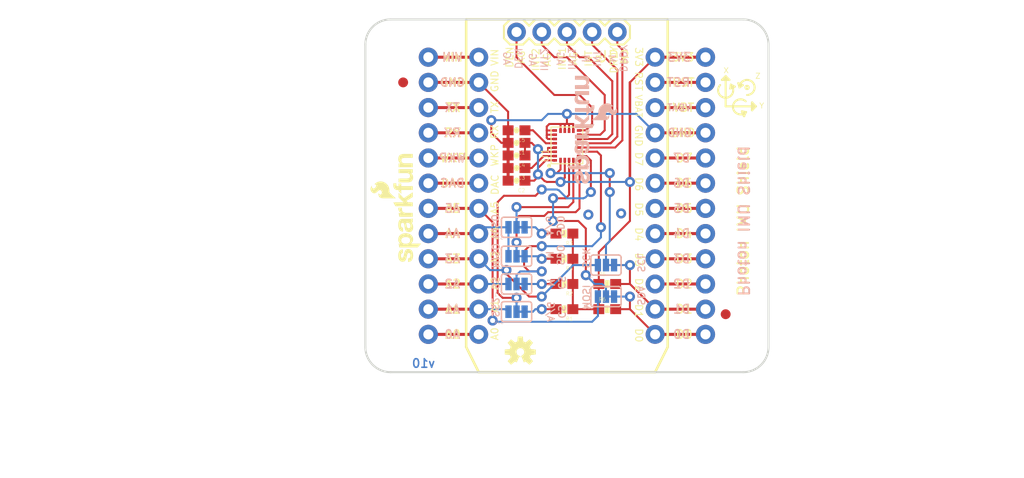
<source format=kicad_pcb>
(kicad_pcb (version 20211014) (generator pcbnew)
  (layers (0 "F.Cu" signal) (31 "B.Cu" signal) (34 "B.Paste" user) (35 "F.Paste" user) (36 "B.SilkS" user "B.Silkscreen") (37 "F.SilkS" user "F.Silkscreen") (38 "B.Mask" user) (39 "F.Mask" user) (44 "Edge.Cuts" user))
  (net 0 "")
  (net 1 "GND")
  (net 2 "VDD")
  (net 3 "N$3")
  (net 4 "N$4")
  (net 5 "SDA")
  (net 6 "SCL")
  (net 7 "SDO_A/G")
  (net 8 "CS_A/G")
  (net 9 "SDO_M")
  (net 10 "CS_M")
  (net 11 "MOSI")
  (net 12 "MISO")
  (net 13 "SCK")
  (net 14 "SS")
  (net 15 "SS2")
  (net 16 "INT1_A/G")
  (net 17 "INT2_A/G")
  (net 18 "DEN_A/G")
  (net 19 "DRDY_M")
  (net 20 "INT_M")
  (net 21 "VBAT")
  (footprint "boardEagle:CREATIVE_COMMONS" (layer "F.Cu") (at 111.6711 132.9436)
    (fp_text reference "FRAME1" hide)
    (fp_text value "FRAME-LETTER" hide)
  )
  (footprint "boardEagle:SPARK_PHOTON_TEMPLATE_WIDE" (layer "F.Cu") (at 138.3411 122.7836)
    (fp_text reference "JP1" hide)
    (fp_text value "SPARK_PHOTONTEMPLATE_WIDE" hide)
  )
  (footprint "boardEagle:0603-CAP" (layer "F.Cu") (at 143.4211 98.3996 180)
    (fp_text reference "C5")
    (fp_text value "10nF")
  )
  (footprint "boardEagle:0603-CAP" (layer "F.Cu") (at 143.4211 100.9396 180)
    (fp_text reference "C4")
    (fp_text value "10uF")
  )
  (footprint "boardEagle:OSHW-LOGO-S" (layer "F.Cu") (at 143.8021 120.7516)
    (fp_text reference "LOGO2" hide)
    (fp_text value "OSHW-LOGOS" hide)
  )
  (footprint "boardEagle:SFE_LOGO_NAME_FLAME_.1" (layer "F.Cu") (at 133.8961 112.1156 90)
    (fp_text reference "LOGO1" hide)
    (fp_text value "SFE_LOGO_NAME_FLAME.1_INCH" hide)
  )
  (footprint "boardEagle:0603-RES" (layer "F.Cu") (at 148.2471 111.3536 180)
    (fp_text reference "R4")
    (fp_text value "10K")
  )
  (footprint "boardEagle:1X05" (layer "F.Cu") (at 153.5811 88.4936 180)
    (fp_text reference "JP2")
    (fp_text value "")
  )
  (footprint "boardEagle:0603-CAP" (layer "F.Cu") (at 143.4211 102.2096 180)
    (fp_text reference "C3")
    (fp_text value "0.1uF")
  )
  (footprint "boardEagle:0603-CAP" (layer "F.Cu") (at 143.4211 103.4796 180)
    (fp_text reference "C2")
    (fp_text value "0.1uF")
  )
  (footprint "boardEagle:0603-CAP" (layer "F.Cu") (at 143.4211 99.6696 180)
    (fp_text reference "C1")
    (fp_text value "0.1uF")
  )
  (footprint "boardEagle:0603-RES" (layer "F.Cu") (at 148.2471 108.8136 180)
    (fp_text reference "R3")
    (fp_text value "10K")
  )
  (footprint "boardEagle:FIDUCIAL-1X2" (layer "F.Cu") (at 131.9911 93.5736)
    (fp_text reference "FID1" hide)
    (fp_text value "FIDUCIAL1X2" hide)
  )
  (footprint "boardEagle:0603-RES" (layer "F.Cu") (at 152.5651 116.4336)
    (fp_text reference "R6")
    (fp_text value "10K")
  )
  (footprint "boardEagle:LGA24-8X4" (layer "F.Cu") (at 148.5011 99.9236 90)
    (fp_text reference "U1")
    (fp_text value "LSM9DS1")
  )
  (footprint "boardEagle:FIDUCIAL-1X2" (layer "F.Cu") (at 164.5031 116.9416)
    (fp_text reference "FID2" hide)
    (fp_text value "FIDUCIAL1X2" hide)
  )
  (footprint "boardEagle:0603-RES" (layer "F.Cu") (at 148.2471 116.4336 180)
    (fp_text reference "R1")
    (fp_text value "10K")
  )
  (footprint "boardEagle:0603-RES" (layer "F.Cu") (at 152.5651 113.8936)
    (fp_text reference "R5")
    (fp_text value "10K")
  )
  (footprint "boardEagle:0603-RES" (layer "F.Cu") (at 148.2471 113.8936 180)
    (fp_text reference "R2")
    (fp_text value "10K")
  )
  (footprint "boardEagle:PAD-JUMPER-3-2OF3_NC_BY_TRACE_YES_SILK_FULL_BOX" (layer "B.Cu") (at 152.4381 111.9886)
    (fp_text reference "SJ7")
    (fp_text value "")
  )
  (footprint "boardEagle:PAD-JUMPER-3-2OF3_NC_BY_TRACE_YES_SILK_FULL_BOX" (layer "B.Cu") (at 143.4211 113.8936)
    (fp_text reference "SJ1")
    (fp_text value "")
  )
  (footprint "boardEagle:PAD-JUMPER-3-2OF3_NC_BY_TRACE_YES_SILK_FULL_BOX" (layer "B.Cu") (at 143.4211 108.1786)
    (fp_text reference "SJ5")
    (fp_text value "")
  )
  (footprint "boardEagle:PAD-JUMPER-3-2OF3_NC_BY_TRACE_YES_SILK_FULL_BOX" (layer "B.Cu") (at 143.4211 116.6876)
    (fp_text reference "SJ4")
    (fp_text value "")
  )
  (footprint "boardEagle:SFE_LOGO_NAME_FLAME_.1" (layer "B.Cu") (at 148.3741 104.2416 90)
    (fp_text reference "U$5" hide)
    (fp_text value "" hide)
  )
  (footprint "boardEagle:PAD-JUMPER-3-2OF3_NC_BY_TRACE_YES_SILK_FULL_BOX" (layer "B.Cu") (at 143.4211 111.0996)
    (fp_text reference "SJ6")
    (fp_text value "")
  )
  (footprint "boardEagle:PAD-JUMPER-3-2OF3_NC_BY_TRACE_YES_SILK_FULL_BOX" (layer "B.Cu") (at 152.4381 115.1636)
    (fp_text reference "SJ8")
    (fp_text value "")
  )
  (gr_line (start 164.96505 94.20191) (end 165.425812 94.006922) (layer "F.SilkS") (width 0.2032))
  (gr_arc (start 165.9001 94.0816) (mid 167.200915 93.542785) (end 166.6621 94.8436) (layer "F.SilkS") (width 0.2032))
  (gr_line (start 166.16079 96.49935) (end 166.355778 96.960113) (layer "F.SilkS") (width 0.254))
  (gr_line (start 166.558084 96.558054) (end 166.16079 96.49935) (layer "F.SilkS") (width 0.2032))
  (gr_line (start 165.023753 93.804616) (end 164.96505 94.20191) (layer "F.SilkS") (width 0.2032))
  (gr_line (start 167.5511 95.9866) (end 167.1701 96.3676) (layer "F.SilkS") (width 0.2032))
  (gr_line (start 165.425812 94.006922) (end 165.023753 93.804616) (layer "F.SilkS") (width 0.2032))
  (gr_line (start 166.0271 93.9546) (end 165.9001 93.9546) (layer "F.SilkS") (width 0.127))
  (gr_line (start 164.1221 93.3196) (end 164.5031 92.9386) (layer "F.SilkS") (width 0.2032))
  (gr_line (start 164.5031 95.9866) (end 164.5031 92.9386) (layer "F.SilkS") (width 0.2032))
  (gr_line (start 164.5031 95.9866) (end 167.5511 95.9866) (layer "F.SilkS") (width 0.2032))
  (gr_circle (center 166.6621 94.0816) (end 166.7256 94.0816) (layer "F.SilkS") (width 0.2032) (fill none))
  (gr_line (start 164.5031 92.9386) (end 164.8841 93.3196) (layer "F.SilkS") (width 0.2032))
  (gr_arc (start 165.023753 93.804616) (mid 164.528362 95.12258) (end 163.946715 93.840344) (layer "F.SilkS") (width 0.2032))
  (gr_line (start 164.8841 93.3196) (end 164.1221 93.3196) (layer "F.SilkS") (width 0.2032))
  (gr_line (start 167.1701 96.3676) (end 167.1701 95.6056) (layer "F.SilkS") (width 0.254))
  (gr_line (start 167.1701 95.6056) (end 167.5511 95.9866) (layer "F.SilkS") (width 0.2032))
  (gr_line (start 166.2303 93.853) (end 165.7731 93.6498) (layer "F.SilkS") (width 0.2032))
  (gr_line (start 165.7731 93.6498) (end 165.9001 94.0816) (layer "F.SilkS") (width 0.2032))
  (gr_line (start 166.0017 93.853) (end 165.9255 93.7514) (layer "F.SilkS") (width 0.254))
  (gr_line (start 166.355778 96.960113) (end 166.558084 96.558054) (layer "F.SilkS") (width 0.2032))
  (gr_line (start 165.9001 94.0816) (end 166.2303 93.853) (layer "F.SilkS") (width 0.2032))
  (gr_arc (start 166.558084 96.558054) (mid 165.24012 96.062663) (end 166.522356 95.481016) (layer "F.SilkS") (width 0.2032))
  (gr_arc (start 128.1811 89.7636) (mid 128.925049 87.967549) (end 130.7211 87.2236) (layer "Edge.Cuts") (width 0.2032))
  (gr_line (start 130.7211 87.2236) (end 166.2811 87.2236) (layer "Edge.Cuts") (width 0.2032))
  (gr_arc (start 168.8211 120.2436) (mid 168.077151 122.039651) (end 166.2811 122.7836) (layer "Edge.Cuts") (width 0.2032))
  (gr_arc (start 130.7211 122.7836) (mid 128.925049 122.039651) (end 128.1811 120.2436) (layer "Edge.Cuts") (width 0.2032))
  (gr_line (start 168.8211 120.2436) (end 168.8211 89.7636) (layer "Edge.Cuts") (width 0.2032))
  (gr_line (start 128.1811 120.2436) (end 128.1811 89.7636) (layer "Edge.Cuts") (width 0.2032))
  (gr_line (start 166.2811 122.7836) (end 130.7211 122.7836) (layer "Edge.Cuts") (width 0.2032))
  (gr_arc (start 166.2811 87.2236) (mid 168.077151 87.967549) (end 168.8211 89.7636) (layer "Edge.Cuts") (width 0.2032))
  (gr_text "v10" (at 135.2931 122.4026) (layer "B.Cu") (effects (font (size 0.8636 0.8636) (thickness 0.1524)) (justify left bottom mirror)))
  (gr_text "SDO\nA/G" (at 148.2471 108.0516 -90) (layer "B.SilkS") (effects (font (size 0.69088 0.69088) (thickness 0.12192)) (justify top mirror)))
  (gr_text "INT2\nAG" (at 146.5961 91.2876 -90) (layer "B.SilkS") (effects (font (size 0.715264 0.715264) (thickness 0.097536)) (justify top mirror)))
  (gr_text "CS\nM" (at 148.3741 113.7666 -90) (layer "B.SilkS") (effects (font (size 0.69088 0.69088) (thickness 0.12192)) (justify top mirror)))
  (gr_text "SCL" (at 156.3751 110.7186 -90) (layer "B.SilkS") (effects (font (size 0.69088 0.69088) (thickness 0.12192)) (justify right top mirror)))
  (gr_text "MISO" (at 141.6431 106.7816 -90) (layer "B.SilkS") (effects (font (size 0.69088 0.69088) (thickness 0.12192)) (justify right top mirror)))
  (gr_text "DRDY\nM" (at 154.5971 91.1606 -90) (layer "B.SilkS") (effects (font (size 0.715264 0.715264) (thickness 0.097536)) (justify top mirror)))
  (gr_text "SDA" (at 156.3751 114.0206 -90) (layer "B.SilkS") (effects (font (size 0.69088 0.69088) (thickness 0.12192)) (justify right top mirror)))
  (gr_text "SCK" (at 150.0251 112.3696 -90) (layer "B.SilkS") (effects (font (size 0.69088 0.69088) (thickness 0.12192)) (justify left bottom mirror)))
  (gr_text "CS\nA/G" (at 148.3741 116.6876 -90) (layer "B.SilkS") (effects (font (size 0.69088 0.69088) (thickness 0.12192)) (justify top mirror)))
  (gr_text "INT\nM" (at 151.9301 91.1606 -90) (layer "B.SilkS") (effects (font (size 0.715264 0.715264) (thickness 0.097536)) (justify top mirror)))
  (gr_text "SS" (at 140.8811 114.5286 -90) (layer "B.SilkS") (effects (font (size 0.69088 0.69088) (thickness 0.12192)) (justify left bottom mirror)))
  (gr_text "SDO\nM" (at 148.2471 110.9726 -90) (layer "B.SilkS") (effects (font (size 0.69088 0.69088) (thickness 0.12192)) (justify top mirror)))
  (gr_text "SS2" (at 140.8811 117.3226 -90) (layer "B.SilkS") (effects (font (size 0.69088 0.69088) (thickness 0.12192)) (justify left bottom mirror)))
  (gr_text "INT1\nAG" (at 149.3901 91.1606 -90) (layer "B.SilkS") (effects (font (size 0.715264 0.715264) (thickness 0.097536)) (justify top mirror)))
  (gr_text "MOSI" (at 150.0251 116.5606 -90) (layer "B.SilkS") (effects (font (size 0.69088 0.69088) (thickness 0.12192)) (justify left bottom mirror)))
  (gr_text "Photon IMU Shield" (at 166.2811 107.5436 -90) (layer "B.SilkS") (effects (font (size 1.0795 1.0795) (thickness 0.1905)) (justify mirror)))
  (gr_text "MISO" (at 140.8811 112.3696 -90) (layer "B.SilkS") (effects (font (size 0.69088 0.69088) (thickness 0.12192)) (justify left bottom mirror)))
  (gr_text "DEN\nAG" (at 142.0241 91.1606 -90) (layer "B.SilkS") (effects (font (size 0.715264 0.715264) (thickness 0.097536)) (justify bottom mirror)))
  (gr_text "DEN\nAG" (at 144.3101 91.0336 90) (layer "F.SilkS") (effects (font (size 0.715264 0.715264) (thickness 0.097536)) (justify bottom)))
  (gr_text "Z" (at 167.7543 93.2434) (layer "F.SilkS") (effects (font (size 0.536448 0.536448) (thickness 0.073152)) (justify bottom)))
  (gr_text "A5" (at 141.6431 106.934 90) (layer "F.SilkS") (effects (font (size 0.715264 0.715264) (thickness 0.097536)) (justify left bottom)))
  (gr_text "A1" (at 141.6431 116.84 90) (layer "F.SilkS") (effects (font (size 0.715264 0.715264) (thickness 0.097536)) (justify left bottom)))
  (gr_text "DRDY\nM" (at 152.8191 91.2876 90) (layer "F.SilkS") (effects (font (size 0.715264 0.715264) (thickness 0.097536)) (justify top)))
  (gr_text "A2" (at 141.6431 114.554 90) (layer "F.SilkS") (effects (font (size 0.715264 0.715264) (thickness 0.097536)) (justify left bottom)))
  (gr_text "3V3" (at 155.3337 89.9668 270) (layer "F.SilkS") (effects (font (size 0.715264 0.715264) (thickness 0.097536)) (justify left bottom)))
  (gr_text "A0" (at 141.6431 119.634 90) (layer "F.SilkS") (effects (font (size 0.715264 0.715264) (thickness 0.097536)) (justify left bottom)))
  (gr_text "D6" (at 155.3337 103.0732 270) (layer "F.SilkS") (effects (font (size 0.715264 0.715264) (thickness 0.097536)) (justify left bottom)))
  (gr_text "GND" (at 155.3083 97.79 270) (layer "F.SilkS") (effects (font (size 0.715264 0.715264) (thickness 0.097536)) (justify left bottom)))
  (gr_text "Y" (at 168.1353 96.2406) (layer "F.SilkS") (effects (font (size 0.536448 0.536448) (thickness 0.073152)) (justify bottom)))
  (gr_text "D3" (at 155.3337 110.6932 270) (layer "F.SilkS") (effects (font (size 0.715264 0.715264) (thickness 0.097536)) (justify left bottom)))
  (gr_text "D4" (at 155.3337 108.1278 270) (layer "F.SilkS") (effects (font (size 0.715264 0.715264) (thickness 0.097536)) (justify left bottom)))
  (gr_text "INT2\nAG" (at 144.9451 91.2876 90) (layer "F.SilkS") (effects (font (size 0.715264 0.715264) (thickness 0.097536)) (justify top)))
  (gr_text "INT\nM" (at 150.2791 91.1606 90) (layer "F.SilkS") (effects (font (size 0.715264 0.715264) (thickness 0.097536)) (justify top)))
  (gr_text "DAC" (at 141.6685 104.9782 90) (layer "F.SilkS") (effects (font (size 0.715264 0.715264) (thickness 0.097536)) (justify left bottom)))
  (gr_text "INT1\nAG" (at 147.6121 91.1606 90) (layer "F.SilkS") (effects (font (size 0.715264 0.715264) (thickness 0.097536)) (justify top)))
  (gr_text "TX" (at 141.6431 96.7486 90) (layer "F.SilkS") (effects (font (size 0.715264 0.715264) (thickness 0.097536)) (justify left bottom)))
  (gr_text "A3" (at 141.6431 111.9632 90) (layer "F.SilkS") (effects (font (size 0.715264 0.715264) (thickness 0.097536)) (justify left bottom)))
  (gr_text "VIN" (at 141.6431 91.9734 90) (layer "F.SilkS") (effects (font (size 0.715264 0.715264) (thickness 0.097536)) (justify left bottom)))
  (gr_text "D7" (at 155.3337 100.5332 270) (layer "F.SilkS") (effects (font (size 0.715264 0.715264) (thickness 0.097536)) (justify left bottom)))
  (gr_text "D2" (at 155.3337 113.2332 270) (layer "F.SilkS") (effects (font (size 0.715264 0.715264) (thickness 0.097536)) (justify left bottom)))
  (gr_text "RX" (at 141.6431 99.3394 90) (layer "F.SilkS") (effects (font (size 0.715264 0.715264) (thickness 0.097536)) (justify left bottom)))
  (gr_text "RST" (at 155.3083 92.4306 270) (layer "F.SilkS") (effects (font (size 0.715264 0.715264) (thickness 0.097536)) (justify left bottom)))
  (gr_text "VBAT" (at 155.3337 94.742 270) (layer "F.SilkS") (effects (font (size 0.67056 0.67056) (thickness 0.09144)) (justify left bottom)))
  (gr_text "Photon IMU Shield" (at 166.2811 107.5436 90) (layer "F.SilkS") (effects (font (size 1.0795 1.0795) (thickness 0.1905))))
  (gr_text "D0" (at 155.3337 118.3132 270) (layer "F.SilkS") (effects (font (size 0.715264 0.715264) (thickness 0.097536)) (justify left bottom)))
  (gr_text "D1" (at 155.3337 115.8494 270) (layer "F.SilkS") (effects (font (size 0.715264 0.715264) (thickness 0.097536)) (justify left bottom)))
  (gr_text "D5" (at 155.3337 105.6132 270) (layer "F.SilkS") (effects (font (size 0.715264 0.715264) (thickness 0.097536)) (justify left bottom)))
  (gr_text "GND" (at 141.6431 94.615 90) (layer "F.SilkS") (effects (font (size 0.715264 0.715264) (thickness 0.097536)) (justify left bottom)))
  (gr_text "X" (at 164.5539 92.6846) (layer "F.SilkS") (effects (font (size 0.536448 0.536448) (thickness 0.073152)) (justify bottom)))
  (gr_text "A4" (at 141.6431 109.474 90) (layer "F.SilkS") (effects (font (size 0.715264 0.715264) (thickness 0.097536)) (justify left bottom)))
  (gr_text "WKP" (at 141.6431 102.108 90) (layer "F.SilkS") (effects (font (size 0.715264 0.715264) (thickness 0.097536)) (justify left bottom)))
  (segment (start 148.7161 97.7646) (end 148.5011 97.7646) (width 0.2032) (layer "F.Cu") (net 1))
  (segment (start 142.5711 99.6696) (end 141.8971 99.6696) (width 0.2032) (layer "F.Cu") (net 1))
  (segment (start 142.5711 102.2096) (end 142.5711 99.6696) (width 0.3048) (layer "F.Cu") (net 1))
  (segment (start 146.5861 99.2786) (end 146.4691 99.1616) (width 0.2032) (layer "F.Cu") (net 1))
  (segment (start 146.7231 97.7646) (end 147.8661 97.7646) (width 0.2032) (layer "F.Cu") (net 1))
  (segment (start 149.1361 97.7646) (end 148.7161 97.7646) (width 0.2032) (layer "F.Cu") (net 1))
  (segment (start 142.5711 96.5336) (end 139.6111 93.5736) (width 0.2032) (layer "F.Cu") (net 1))
  (segment (start 149.1461 98.4486) (end 149.1361 98.4386) (width 0.2032) (layer "F.Cu") (net 1))
  (segment (start 142.5711 103.4796) (end 142.5711 102.2096) (width 0.3048) (layer "F.Cu") (net 1))
  (segment (start 147.2761 99.2786) (end 146.5861 99.2786) (width 0.2032) (layer "F.Cu") (net 1))
  (segment (start 146.4691 98.0186) (end 146.7231 97.7646) (width 0.2032) (layer "F.Cu") (net 1))
  (segment (start 147.8661 97.7646) (end 147.8561 97.7746) (width 0.2032) (layer "F.Cu") (net 1))
  (segment (start 147.2761 98.4186) (end 146.4881 98.4186) (width 0.2032) (layer "F.Cu") (net 1))
  (segment (start 148.2861 98.4486) (end 148.2861 97.7646) (width 0.2032) (layer "F.Cu") (net 1))
  (segment (start 146.5281 98.8486) (end 146.4691 98.9076) (width 0.2032) (layer "F.Cu") (net 1))
  (segment (start 149.1361 98.4386) (end 149.1361 97.7646) (width 0.2032) (layer "F.Cu") (net 1))
  (segment (start 148.7161 98.4486) (end 148.7161 97.7646) (width 0.2032) (layer "F.Cu") (net 1))
  (segment (start 146.4691 99.1616) (end 146.4691 98.9076) (width 0.2032) (layer "F.Cu") (net 1))
  (segment (start 140.8811 98.6536) (end 140.8811 97.3836) (width 0.2032) (layer "F.Cu") (net 1))
  (segment (start 146.4691 98.9076) (end 146.4691 98.3996) (width 0.2032) (layer "F.Cu") (net 1))
  (segment (start 142.5711 99.6696) (end 142.5711 96.5336) (width 0.2032) (layer "F.Cu") (net 1))
  (segment (start 142.5711 98.3996) (end 142.5711 99.6696) (width 0.3048) (layer "F.Cu") (net 1))
  (segment (start 146.4881 98.4186) (end 146.4691 98.3996) (width 0.2032) (layer "F.Cu") (net 1))
  (segment (start 147.2761 98.8486) (end 146.5281 98.8486) (width 0.2032) (layer "F.Cu") (net 1))
  (segment (start 148.5011 96.7486) (end 148.5011 97.7646) (width 0.2032) (layer "F.Cu") (net 1))
  (segment (start 148.2861 97.7646) (end 147.8661 97.7646) (width 0.2032) (layer "F.Cu") (net 1))
  (segment (start 142.5711 100.9396) (end 142.5711 99.6696) (width 0.2032) (layer "F.Cu") (net 1))
  (segment (start 147.2661 99.2886) (end 147.2761 99.2786) (width 0.2032) (layer "F.Cu") (net 1))
  (segment (start 148.5011 97.7646) (end 148.2861 97.7646) (width 0.2032) (layer "F.Cu") (net 1))
  (segment (start 146.4691 98.3996) (end 146.4691 98.0186) (width 0.2032) (layer "F.Cu") (net 1))
  (segment (start 147.8561 97.7746) (end 147.8561 98.4486) (width 0.2032) (layer "F.Cu") (net 1))
  (segment (start 141.8971 99.6696) (end 140.8811 98.6536) (width 0.2032) (layer "F.Cu") (net 1))
  (via (at 148.5011 96.7486) (size 1.016) (drill 0.508) (layers "F.Cu" "B.Cu") (net 1))
  (via (at 150.6601 106.9086) (size 1.016) (drill 0.508) (layers "F.Cu" "B.Cu") (net 1))
  (via (at 153.9621 106.7816) (size 1.016) (drill 0.508) (layers "F.Cu" "B.Cu") (net 1))
  (via (at 140.8811 97.3836) (size 1.016) (drill 0.508) (layers "F.Cu" "B.Cu") (net 1))
  (segment (start 146.5961 96.7486) (end 148.5011 96.7486) (width 0.2032) (layer "B.Cu") (net 1))
  (segment (start 145.9611 97.3836) (end 146.5961 96.7486) (width 0.2032) (layer "B.Cu") (net 1))
  (segment (start 157.3911 98.6536) (end 155.4861 96.7486) (width 0.2032) (layer "B.Cu") (net 1))
  (segment (start 140.8811 97.3836) (end 145.9611 97.3836) (width 0.2032) (layer "B.Cu") (net 1))
  (segment (start 155.4861 96.7486) (end 148.5011 96.7486) (width 0.2032) (layer "B.Cu") (net 1))
  (segment (start 149.0971 108.8136) (end 149.0971 111.3536) (width 0.2032) (layer "F.Cu") (net 2))
  (segment (start 145.5801 102.2096) (end 146.3421 101.4476) (width 0.2032) (layer "F.Cu") (net 2))
  (segment (start 146.3421 101.4476) (end 146.387968 101.4286) (width 0.2032) (layer "F.Cu") (net 2))
  (segment (start 144.9451 99.6696) (end 145.5801 100.3046) (width 0.2032) (layer "F.Cu") (net 2))
  (segment (start 146.473612 103.6066) (end 147.857075 103.6066) (width 0.2032) (layer "F.Cu") (net 2))
  (segment (start 147.2761 101.4286) (end 147.2311 101.4736) (width 0.2032) (layer "F.Cu") (net 2))
  (segment (start 145.5801 103.0986) (end 145.5801 102.8446) (width 0.2032) (layer "F.Cu") (net 2))
  (segment (start 149.0971 116.4336) (end 149.0971 113.8936) (width 0.2032) (layer "F.Cu") (net 2))
  (segment (start 146.387968 101.4286) (end 147.2761 101.4286) (width 0.2032) (layer "F.Cu") (net 2))
  (segment (start 146.3421 101.4476) (end 146.3421 101.4476) (width 0.2032) (layer "F.Cu") (net 2))
  (segment (start 151.7151 113.8936) (end 151.7151 116.4336) (width 0.2032) (layer "F.Cu") (net 2))
  (segment (start 147.2761 100.5686) (end 146.5961 100.5686) (width 0.2032) (layer "F.Cu") (net 2))
  (segment (start 147.2761 100.1386) (end 147.3151 100.1776) (width 0.2032) (layer "F.Cu") (net 2))
  (segment (start 146.5961 100.5686) (end 145.8441 100.5686) (width 0.2032) (layer "F.Cu") (net 2))
  (segment (start 144.2711 100.9396) (end 144.2711 99.6696) (width 0.2032) (layer "F.Cu") (net 2))
  (segment (start 146.249107 103.513608) (end 146.473612 103.6066) (width 0.2032) (layer "F.Cu") (net 2))
  (segment (start 144.2711 99.6696) (end 144.9451 99.6696) (width 0.2032) (layer "F.Cu") (net 2))
  (segment (start 147.2761 100.1386) (end 147.2371 100.1776) (width 0.2032) (layer "F.Cu") (net 2))
  (segment (start 157.3911 91.0336) (end 154.8511 93.5736) (width 0.2032) (layer "F.Cu") (net 2))
  (segment (start 154.8511 93.5736) (end 154.8511 103.6066) (width 0.254) (layer "F.Cu") (net 2))
  (segment (start 145.8441 100.5686) (end 145.5801 100.3046) (width 0.2032) (layer "F.Cu") (net 2))
  (segment (start 144.2711 103.4796) (end 145.1991 103.4796) (width 0.2032) (layer "F.Cu") (net 2))
  (segment (start 151.7151 113.8936) (end 151.7151 110.6796) (width 0.2032) (layer "F.Cu") (net 2))
  (segment (start 145.5801 102.8446) (end 145.5801 102.2096) (width 0.2032) (layer "F.Cu") (net 2))
  (segment (start 145.1991 103.4796) (end 145.5801 103.0986) (width 0.2032) (layer "F.Cu") (net 2))
  (segment (start 146.5961 100.1776) (end 146.5961 100.5686) (width 0.2032) (layer "F.Cu") (net 2))
  (segment (start 145.5801 102.8446) (end 146.249106 103.513607) (width 0.2032) (layer "F.Cu") (net 2))
  (segment (start 151.7151 116.4336) (end 149.0971 116.4336) (width 0.2032) (layer "F.Cu") (net 2))
  (segment (start 148.2861 101.3986) (end 148.2861 103.177575) (width 0.2032) (layer "F.Cu") (net 2))
  (segment (start 151.7151 110.6796) (end 154.8511 107.5436) (width 0.2032) (layer "F.Cu") (net 2))
  (segment (start 148.2861 103.177575) (end 147.857075 103.6066) (width 0.2032) (layer "F.Cu") (net 2))
  (segment (start 147.2371 100.1776) (end 146.5961 100.1776) (width 0.2032) (layer "F.Cu") (net 2))
  (segment (start 146.249106 103.513607) (end 146.249107 103.513608) (width 0.2032) (layer "F.Cu") (net 2))
  (segment (start 154.8511 107.5436) (end 154.8511 103.6066) (width 0.2032) (layer "F.Cu") (net 2))
  (segment (start 149.0971 113.8936) (end 149.0971 111.3536) (width 0.2032) (layer "F.Cu") (net 2))
  (via (at 145.5801 100.3046) (size 1.016) (drill 0.508) (layers "F.Cu" "B.Cu") (net 2))
  (via (at 154.8511 103.6066) (size 1.016) (drill 0.508) (layers "F.Cu" "B.Cu") (net 2))
  (via (at 145.5801 102.8446) (size 1.016) (drill 0.508) (layers "F.Cu" "B.Cu") (net 2))
  (via (at 147.857075 103.6066) (size 1.016) (drill 0.508) (layers "F.Cu" "B.Cu") (net 2))
  (segment (start 147.857075 103.6066) (end 154.8511 103.6066) (width 0.2032) (layer "B.Cu") (net 2))
  (segment (start 145.5801 102.8446) (end 145.5801 100.3046) (width 0.2032) (layer "B.Cu") (net 2))
  (segment (start 145.0721 98.3996) (end 144.2711 98.3996) (width 0.2032) (layer "F.Cu") (net 3))
  (segment (start 146.3811 99.7086) (end 145.0721 98.3996) (width 0.2032) (layer "F.Cu") (net 3))
  (segment (start 147.2761 99.7086) (end 146.3811 99.7086) (width 0.2032) (layer "F.Cu") (net 3))
  (segment (start 144.9451 102.2096) (end 144.2711 102.2096) (width 0.2032) (layer "F.Cu") (net 4))
  (segment (start 147.2761 100.9986) (end 146.1561 100.9986) (width 0.2032) (layer "F.Cu") (net 4))
  (segment (start 146.1561 100.9986) (end 144.9451 102.2096) (width 0.2032) (layer "F.Cu") (net 4))
  (segment (start 154.8511 115.1636) (end 154.8511 116.4336) (width 0.2032) (layer "F.Cu") (net 5))
  (segment (start 148.7161 101.3986) (end 148.7551 101.4376) (width 0.2032) (layer "F.Cu") (net 5))
  (segment (start 149.6441 107.5436) (end 150.4061 108.3056) (width 0.2032) (layer "F.Cu") (net 5))
  (segment (start 153.4151 116.4336) (end 154.8511 116.4336) (width 0.2032) (layer "F.Cu") (net 5))
  (segment (start 147.1041 107.5436) (end 149.6441 107.5436) (width 0.2032) (layer "F.Cu") (net 5))
  (segment (start 148.7161 104.9156) (end 148.7161 101.3986) (width 0.2032) (layer "F.Cu") (net 5))
  (segment (start 154.8511 116.4336) (end 157.3911 118.9736) (width 0.2032) (layer "F.Cu") (net 5))
  (segment (start 148.7161 104.9156) (end 148.3741 105.2576) (width 0.2032) (layer "F.Cu") (net 5))
  (segment (start 148.3741 105.2576) (end 147.1041 105.2576) (width 0.2032) (layer "F.Cu") (net 5))
  (segment (start 150.4061 113.0046) (end 150.4061 108.3056) (width 0.2032) (layer "F.Cu") (net 5))
  (via (at 150.4061 113.0046) (size 1.016) (drill 0.508) (layers "F.Cu" "B.Cu") (net 5))
  (via (at 147.1041 107.5436) (size 1.016) (drill 0.508) (layers "F.Cu" "B.Cu") (net 5))
  (via (at 154.8511 115.1636) (size 1.016) (drill 0.508) (layers "F.Cu" "B.Cu") (net 5))
  (via (at 147.1041 105.2576) (size 1.016) (drill 0.508) (layers "F.Cu" "B.Cu") (net 5))
  (segment (start 147.1041 105.2576) (end 147.1041 107.5436) (width 0.2032) (layer "B.Cu") (net 5))
  (segment (start 151.2951 113.8936) (end 152.0571 113.8936) (width 0.2032) (layer "B.Cu") (net 5))
  (segment (start 150.4061 113.0046) (end 151.2951 113.8936) (width 0.2032) (layer "B.Cu") (net 5))
  (segment (start 152.4381 114.2746) (end 152.0571 113.8936) (width 0.2032) (layer "B.Cu") (net 5))
  (segment (start 152.4381 115.1636) (end 152.4381 114.2746) (width 0.2032) (layer "B.Cu") (net 5))
  (segment (start 153.2509 115.1636) (end 154.8511 115.1636) (width 0.2032) (layer "B.Cu") (net 5))
  (segment (start 153.0731 115.1636) (end 153.2509 115.1636) (width 0.2032) (layer "B.Cu") (net 5))
  (segment (start 147.8561 102.3466) (end 147.4851 102.7176) (width 0.2032) (layer "F.Cu") (net 6))
  (segment (start 147.4851 102.7176) (end 146.8501 102.7176) (width 0.2032) (layer "F.Cu") (net 6))
  (segment (start 153.4151 113.8936) (end 154.8511 113.8936) (width 0.2032) (layer "F.Cu") (net 6))
  (segment (start 152.8191 104.6226) (end 152.8191 102.7176) (width 0.2032) (layer "F.Cu") (net 6))
  (segment (start 154.8511 113.8936) (end 157.3911 116.4336) (width 0.2032) (layer "F.Cu") (net 6))
  (segment (start 147.8661 101.4086) (end 147.8561 101.3986) (width 0.2032) (layer "F.Cu") (net 6))
  (segment (start 154.8511 111.9886) (end 154.8511 113.8936) (width 0.2032) (layer "F.Cu") (net 6))
  (segment (start 147.8561 101.3986) (end 147.8561 102.3466) (width 0.2032) (layer "F.Cu") (net 6))
  (via (at 152.8191 102.7176) (size 1.016) (drill 0.508) (layers "F.Cu" "B.Cu") (net 6))
  (via (at 152.8191 104.6226) (size 1.016) (drill 0.508) (layers "F.Cu" "B.Cu") (net 6))
  (via (at 154.8511 111.9886) (size 1.016) (drill 0.508) (layers "F.Cu" "B.Cu") (net 6))
  (via (at 146.8501 102.7176) (size 1.016) (drill 0.508) (layers "F.Cu" "B.Cu") (net 6))
  (segment (start 153.2509 111.9886) (end 153.0731 111.9886) (width 0.3048) (layer "B.Cu") (net 6))
  (segment (start 153.2509 111.9886) (end 154.8511 111.9886) (width 0.2032) (layer "B.Cu") (net 6))
  (segment (start 152.8191 102.7176) (end 146.8501 102.7176) (width 0.2032) (layer "B.Cu") (net 6))
  (segment (start 152.4381 111.9886) (end 152.4381 109.9566) (width 0.2032) (layer "B.Cu") (net 6))
  (segment (start 152.8191 104.6226) (end 152.8191 109.5756) (width 0.2032) (layer "B.Cu") (net 6))
  (segment (start 152.8191 109.5756) (end 152.4381 109.9566) (width 0.2032) (layer "B.Cu") (net 6))
  (segment (start 149.1461 105.6286) (end 149.1461 101.3986) (width 0.2032) (layer "F.Cu") (net 7))
  (segment (start 149.1361 101.4086) (end 149.1461 101.3986) (width 0.2032) (layer "F.Cu") (net 7))
  (segment (start 148.6281 106.1466) (end 143.4211 106.1466) (width 0.2032) (layer "F.Cu") (net 7))
  (segment (start 145.9611 108.8136) (end 147.3971 108.8136) (width 0.2032) (layer "F.Cu") (net 7))
  (segment (start 149.1461 105.6286) (end 148.6281 106.1466) (width 0.2032) (layer "F.Cu") (net 7))
  (via (at 143.4211 106.1466) (size 1.016) (drill 0.508) (layers "F.Cu" "B.Cu") (net 7))
  (via (at 145.9611 108.8136) (size 1.016) (drill 0.508) (layers "F.Cu" "B.Cu") (net 7))
  (segment (start 144.0561 108.1786) (end 144.2339 108.1786) (width 0.254) (layer "B.Cu") (net 7))
  (segment (start 144.0561 108.1786) (end 143.4211 108.1786) (width 0.254) (layer "B.Cu") (net 7))
  (segment (start 143.4211 106.1466) (end 143.4211 108.1786) (width 0.2032) (layer "B.Cu") (net 7))
  (segment (start 145.9611 108.8136) (end 145.3261 108.1786) (width 0.2032) (layer "B.Cu") (net 7))
  (segment (start 145.3261 108.1786) (end 144.2339 108.1786) (width 0.2032) (layer "B.Cu") (net 7))
  (segment (start 145.3261 105.0036) (end 145.9611 104.3686) (width 0.2032) (layer "F.Cu") (net 8))
  (segment (start 143.4211 115.2906) (end 142.0241 115.2906) (width 0.2032) (layer "F.Cu") (net 8))
  (segment (start 150.4651 100.9986) (end 149.7261 100.9986) (width 0.2032) (layer "F.Cu") (net 8))
  (segment (start 141.5161 105.6386) (end 142.1511 105.0036) (width 0.2032) (layer "F.Cu") (net 8))
  (segment (start 150.9141 104.6226) (end 150.9141 101.4476) (width 0.2032) (layer "F.Cu") (net 8))
  (segment (start 142.1511 105.0036) (end 145.3261 105.0036) (width 0.2032) (layer "F.Cu") (net 8))
  (segment (start 150.9141 101.4476) (end 150.4651 100.9986) (width 0.2032) (layer "F.Cu") (net 8))
  (segment (start 141.5161 114.7826) (end 141.5161 105.6386) (width 0.2032) (layer "F.Cu") (net 8))
  (segment (start 142.0241 115.2906) (end 141.5161 114.7826) (width 0.2032) (layer "F.Cu") (net 8))
  (segment (start 145.9611 116.4336) (end 147.3971 116.4336) (width 0.2032) (layer "F.Cu") (net 8))
  (via (at 145.9611 104.3686) (size 1.016) (drill 0.508) (layers "F.Cu" "B.Cu") (net 8))
  (via (at 150.9141 104.6226) (size 1.016) (drill 0.508) (layers "F.Cu" "B.Cu") (net 8))
  (via (at 145.9611 116.4336) (size 1.016) (drill 0.508) (layers "F.Cu" "B.Cu") (net 8))
  (via (at 143.4211 115.2906) (size 1.016) (drill 0.508) (layers "F.Cu" "B.Cu") (net 8))
  (segment (start 150.147588 105.2576) (end 150.372093 105.164607) (width 0.2032) (layer "B.Cu") (net 8))
  (segment (start 144.0561 116.6876) (end 143.4211 116.6876) (width 0.2032) (layer "B.Cu") (net 8))
  (segment (start 145.0721 116.6876) (end 144.2339 116.6876) (width 0.2032) (layer "B.Cu") (net 8))
  (segment (start 150.147587 105.2576) (end 150.147588 105.2576) (width 0.2032) (layer "B.Cu") (net 8))
  (segment (start 145.9611 104.3686) (end 147.480587 104.3686) (width 0.2032) (layer "B.Cu") (net 8))
  (segment (start 144.0561 116.6876) (end 144.2339 116.6876) (width 0.2032) (layer "B.Cu") (net 8))
  (segment (start 143.4211 116.6876) (end 143.4211 115.2906) (width 0.2032) (layer "B.Cu") (net 8))
  (segment (start 148.5011 105.2576) (end 150.147587 105.2576) (width 0.2032) (layer "B.Cu") (net 8))
  (segment (start 147.705093 104.461594) (end 148.5011 105.2576) (width 0.2032) (layer "B.Cu") (net 8))
  (segment (start 147.480587 104.3686) (end 147.705093 104.461594) (width 0.2032) (layer "B.Cu") (net 8))
  (segment (start 147.480587 104.3686) (end 147.480587 104.3686) (width 0.2032) (layer "B.Cu") (net 8))
  (segment (start 145.9611 116.4336) (end 145.3261 116.4336) (width 0.2032) (layer "B.Cu") (net 8))
  (segment (start 145.3261 116.4336) (end 145.0721 116.6876) (width 0.2032) (layer "B.Cu") (net 8))
  (segment (start 150.372093 105.164607) (end 150.9141 104.6226) (width 0.2032) (layer "B.Cu") (net 8))
  (segment (start 145.9611 111.3536) (end 147.3971 111.3536) (width 0.2032) (layer "F.Cu") (net 9))
  (segment (start 146.2151 107.0356) (end 146.5961 106.6546) (width 0.2032) (layer "F.Cu") (net 9))
  (segment (start 146.5961 106.6546) (end 149.3901 106.6546) (width 0.2032) (layer "F.Cu") (net 9))
  (segment (start 143.4211 107.2896) (end 143.6751 107.0356) (width 0.2032) (layer "F.Cu") (net 9))
  (segment (start 143.4211 107.2896) (end 143.4211 109.7026) (width 0.2032) (layer "F.Cu") (net 9))
  (segment (start 149.7711 101.4736) (end 149.7711 106.2736) (width 0.2032) (layer "F.Cu") (net 9))
  (segment (start 143.6751 107.0356) (end 146.2151 107.0356) (width 0.2032) (layer "F.Cu") (net 9))
  (segment (start 149.7261 101.4286) (end 149.7711 101.4736) (width 0.2032) (layer "F.Cu") (net 9))
  (segment (start 149.3901 106.6546) (end 149.7711 106.2736) (width 0.2032) (layer "F.Cu") (net 9))
  (via (at 145.9611 111.3536) (size 1.016) (drill 0.508) (layers "F.Cu" "B.Cu") (net 9))
  (via (at 143.4211 109.7026) (size 1.016) (drill 0.508) (layers "F.Cu" "B.Cu") (net 9))
  (segment (start 143.4211 109.7026) (end 143.4211 111.0996) (width 0.2032) (layer "B.Cu") (net 9))
  (segment (start 145.7071 111.0996) (end 144.2339 111.0996) (width 0.2032) (layer "B.Cu") (net 9))
  (segment (start 145.9611 111.3536) (end 145.7071 111.0996) (width 0.2032) (layer "B.Cu") (net 9))
  (segment (start 144.0561 111.0996) (end 144.2339 111.0996) (width 0.2032) (layer "B.Cu") (net 9))
  (segment (start 145.9611 113.8936) (end 147.3971 113.8936) (width 0.2032) (layer "F.Cu") (net 10))
  (segment (start 144.6911 112.6236) (end 144.1831 112.1156) (width 0.2032) (layer "F.Cu") (net 10))
  (segment (start 149.7261 100.5686) (end 149.7361 100.5586) (width 0.2032) (layer "F.Cu") (net 10))
  (segment (start 151.5491 100.5586) (end 151.9301 100.9396) (width 0.2032) (layer "F.Cu") (net 10))
  (segment (start 144.6911 110.0836) (end 145.9611 110.0836) (width 0.2032) (layer "F.Cu") (net 10))
  (segment (start 151.9301 100.9396) (end 151.9301 108.1786) (width 0.2032) (layer "F.Cu") (net 10))
  (segment (start 144.1831 110.5916) (end 144.6911 110.0836) (width 0.2032) (layer "F.Cu") (net 10))
  (segment (start 145.9611 112.6236) (end 144.6911 112.6236) (width 0.2032) (layer "F.Cu") (net 10))
  (segment (start 144.1831 112.1156) (end 144.1831 110.5916) (width 0.2032) (layer "F.Cu") (net 10))
  (segment (start 149.7361 100.5586) (end 151.5491 100.5586) (width 0.2032) (layer "F.Cu") (net 10))
  (via (at 151.9301 108.1786) (size 1.016) (drill 0.508) (layers "F.Cu" "B.Cu") (net 10))
  (via (at 145.9611 113.8936) (size 1.016) (drill 0.508) (layers "F.Cu" "B.Cu") (net 10))
  (via (at 145.9611 110.0836) (size 1.016) (drill 0.508) (layers "F.Cu" "B.Cu") (net 10))
  (via (at 145.9611 112.6236) (size 1.016) (drill 0.508) (layers "F.Cu" "B.Cu") (net 10))
  (segment (start 144.2339 113.8936) (end 145.9611 113.8936) (width 0.2032) (layer "B.Cu") (net 10))
  (segment (start 151.9301 109.1946) (end 151.0411 110.0836) (width 0.2032) (layer "B.Cu") (net 10))
  (segment (start 144.0561 113.8936) (end 144.2339 113.8936) (width 0.2032) (layer "B.Cu") (net 10))
  (segment (start 144.0561 113.8936) (end 143.4211 113.8936) (width 0.2032) (layer "B.Cu") (net 10))
  (segment (start 151.9301 108.1786) (end 151.9301 109.1946) (width 0.2032) (layer "B.Cu") (net 10))
  (segment (start 151.0411 110.0836) (end 145.9611 110.0836) (width 0.2032) (layer "B.Cu") (net 10))
  (segment (start 143.8021 112.6236) (end 143.4211 113.0046) (width 0.2032) (layer "B.Cu") (net 10))
  (segment (start 143.4211 113.0046) (end 143.4211 113.8936) (width 0.2032) (layer "B.Cu") (net 10))
  (segment (start 145.9611 112.6236) (end 143.8021 112.6236) (width 0.2032) (layer "B.Cu") (net 10))
  (segment (start 141.0081 117.5766) (end 141.0081 107.6706) (width 0.2032) (layer "F.Cu") (net 11))
  (segment (start 141.0081 107.6706) (end 139.6111 106.2736) (width 0.2032) (layer "F.Cu") (net 11))
  (via (at 141.0081 117.5766) (size 1.016) (drill 0.508) (layers "F.Cu" "B.Cu") (net 11))
  (segment (start 141.0081 117.0686) (end 141.0081 117.5766) (width 0.2032) (layer "B.Cu") (net 11))
  (segment (start 141.1351 117.7036) (end 141.0081 117.5766) (width 0.2032) (layer "B.Cu") (net 11))
  (segment (start 151.0411 117.7036) (end 151.6253 117.1194) (width 0.2032) (layer "B.Cu") (net 11))
  (segment (start 151.0411 117.7036) (end 141.1351 117.7036) (width 0.2032) (layer "B.Cu") (net 11))
  (segment (start 151.6253 117.1194) (end 151.6253 115.1636) (width 0.2032) (layer "B.Cu") (net 11))
  (segment (start 139.6111 108.8136) (end 140.2461 108.1786) (width 0.2032) (layer "B.Cu") (net 12))
  (segment (start 140.2461 108.1786) (end 142.6083 108.1786) (width 0.2032) (layer "B.Cu") (net 12))
  (segment (start 142.6083 111.0996) (end 142.6083 108.1786) (width 0.2032) (layer "B.Cu") (net 12))
  (segment (start 144.6911 115.1636) (end 142.4051 112.8776) (width 0.2032) (layer "F.Cu") (net 13))
  (segment (start 144.6911 115.1636) (end 145.9611 115.1636) (width 0.2032) (layer "F.Cu") (net 13))
  (segment (start 142.4051 112.8776) (end 142.4051 112.4966) (width 0.2032) (layer "F.Cu") (net 13))
  (via (at 145.9611 115.1636) (size 1.016) (drill 0.508) (layers "F.Cu" "B.Cu") (net 13))
  (via (at 142.4051 112.4966) (size 1.016) (drill 0.508) (layers "F.Cu" "B.Cu") (net 13))
  (segment (start 139.6111 111.3536) (end 140.7541 112.4966) (width 0.2032) (layer "B.Cu") (net 13))
  (segment (start 145.9611 115.1636) (end 149.1361 111.9886) (width 0.2032) (layer "B.Cu") (net 13))
  (segment (start 151.6253 111.9886) (end 149.1361 111.9886) (width 0.2032) (layer "B.Cu") (net 13))
  (segment (start 140.7541 112.4966) (end 142.4051 112.4966) (width 0.2032) (layer "B.Cu") (net 13))
  (segment (start 142.6083 113.8936) (end 139.6111 113.8936) (width 0.2032) (layer "B.Cu") (net 14))
  (segment (start 142.447293 116.526594) (end 142.222787 116.4336) (width 0.2032) (layer "B.Cu") (net 15))
  (segment (start 142.222787 116.4336) (end 139.6111 116.4336) (width 0.2032) (layer "B.Cu") (net 15))
  (segment (start 142.447293 116.526594) (end 142.447293 116.526594) (width 0.2032) (layer "B.Cu") (net 15))
  (segment (start 142.6083 116.6876) (end 142.447293 116.526594) (width 0.2032) (layer "B.Cu") (net 15))
  (segment (start 152.5751 99.2786) (end 149.7261 99.2786) (width 0.2032) (layer "F.Cu") (net 16))
  (segment (start 153.0731 93.4466) (end 150.6601 91.0336) (width 0.2032) (layer "F.Cu") (net 16))
  (segment (start 153.0731 98.7806) (end 153.0731 93.4466) (width 0.2032) (layer "F.Cu") (net 16))
  (segment (start 150.6601 91.0336) (end 149.7711 91.0336) (width 0.2032) (layer "F.Cu") (net 16))
  (segment (start 148.5011 88.4936) (end 148.5011 89.7636) (width 0.2032) (layer "F.Cu") (net 16))
  (segment (start 152.5751 99.2786) (end 153.0731 98.7806) (width 0.2032) (layer "F.Cu") (net 16))
  (segment (start 149.7711 91.0336) (end 148.5011 89.7636) (width 0.2032) (layer "F.Cu") (net 16))
  (segment (start 147.2311 91.0336) (end 145.9611 89.7636) (width 0.2032) (layer "F.Cu") (net 17))
  (segment (start 145.9611 88.4936) (end 145.9611 89.7636) (width 0.2032) (layer "F.Cu") (net 17))
  (segment (start 151.8621 98.8486) (end 149.7261 98.8486) (width 0.2032) (layer "F.Cu") (net 17))
  (segment (start 151.8621 98.8486) (end 152.3111 98.3996) (width 0.2032) (layer "F.Cu") (net 17))
  (segment (start 152.3111 98.3996) (end 152.3111 94.8436) (width 0.2032) (layer "F.Cu") (net 17))
  (segment (start 148.5011 91.0336) (end 147.2311 91.0336) (width 0.2032) (layer "F.Cu") (net 17))
  (segment (start 152.3111 94.8436) (end 148.5011 91.0336) (width 0.2032) (layer "F.Cu") (net 17))
  (segment (start 149.7261 98.4186) (end 149.7451 98.3996) (width 0.2032) (layer "F.Cu") (net 18))
  (segment (start 151.0411 97.7646) (end 151.0411 96.1136) (width 0.2032) (layer "F.Cu") (net 18))
  (segment (start 149.7451 98.3996) (end 150.4061 98.3996) (width 0.2032) (layer "F.Cu") (net 18))
  (segment (start 151.0411 96.1136) (end 149.7711 94.8436) (width 0.2032) (layer "F.Cu") (net 18))
  (segment (start 149.7711 94.8436) (end 147.2311 94.8436) (width 0.2032) (layer "F.Cu") (net 18))
  (segment (start 143.4211 91.0336) (end 143.4211 88.4936) (width 0.2032) (layer "F.Cu") (net 18))
  (segment (start 150.4061 98.3996) (end 151.0411 97.7646) (width 0.2032) (layer "F.Cu") (net 18))
  (segment (start 147.2311 94.8436) (end 143.4211 91.0336) (width 0.2032) (layer "F.Cu") (net 18))
  (segment (start 153.3661 100.1386) (end 154.0891 99.4156) (width 0.2032) (layer "F.Cu") (net 19))
  (segment (start 149.7261 100.1386) (end 153.3661 100.1386) (width 0.2032) (layer "F.Cu") (net 19))
  (segment (start 154.0891 90.2716) (end 153.5811 89.7636) (width 0.2032) (layer "F.Cu") (net 19))
  (segment (start 153.5811 89.7636) (end 153.5811 88.4936) (width 0.2032) (layer "F.Cu") (net 19))
  (segment (start 154.0891 99.4156) (end 154.0891 90.2716) (width 0.2032) (layer "F.Cu") (net 19))
  (segment (start 153.5811 92.3036) (end 151.0411 89.7636) (width 0.2032) (layer "F.Cu") (net 20))
  (segment (start 152.9071 99.7086) (end 153.5811 99.0346) (width 0.2032) (layer "F.Cu") (net 20))
  (segment (start 151.0411 88.4936) (end 151.0411 89.7636) (width 0.2032) (layer "F.Cu") (net 20))
  (segment (start 153.5811 99.0346) (end 153.5811 92.3036) (width 0.2032) (layer "F.Cu") (net 20))
  (segment (start 152.9071 99.7086) (end 149.7261 99.7086) (width 0.2032) (layer "F.Cu") (net 20))
)
</source>
